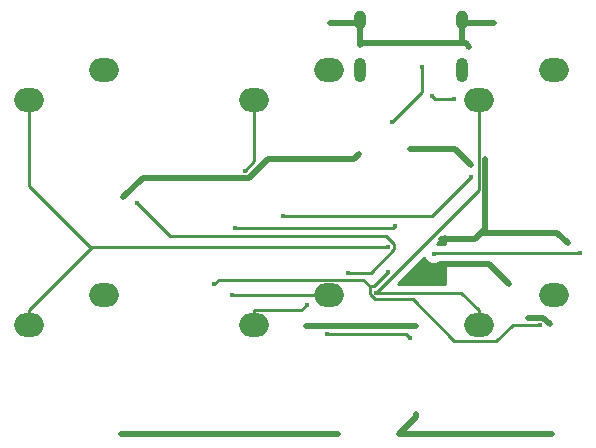
<source format=gbr>
%TF.GenerationSoftware,KiCad,Pcbnew,(5.1.7)-1*%
%TF.CreationDate,2020-10-17T05:15:24-04:00*%
%TF.ProjectId,OreoOrtho,4f72656f-4f72-4746-986f-2e6b69636164,rev?*%
%TF.SameCoordinates,Original*%
%TF.FileFunction,Copper,L1,Top*%
%TF.FilePolarity,Positive*%
%FSLAX46Y46*%
G04 Gerber Fmt 4.6, Leading zero omitted, Abs format (unit mm)*
G04 Created by KiCad (PCBNEW (5.1.7)-1) date 2020-10-17 05:15:24*
%MOMM*%
%LPD*%
G01*
G04 APERTURE LIST*
%TA.AperFunction,ComponentPad*%
%ADD10O,1.000000X2.100000*%
%TD*%
%TA.AperFunction,ComponentPad*%
%ADD11O,1.000000X1.600000*%
%TD*%
%TA.AperFunction,ComponentPad*%
%ADD12O,2.500000X2.000000*%
%TD*%
%TA.AperFunction,ViaPad*%
%ADD13C,0.450000*%
%TD*%
%TA.AperFunction,Conductor*%
%ADD14C,0.500000*%
%TD*%
%TA.AperFunction,Conductor*%
%ADD15C,0.254000*%
%TD*%
%TA.AperFunction,Conductor*%
%ADD16C,0.100000*%
%TD*%
G04 APERTURE END LIST*
D10*
%TO.P,USB1,13*%
%TO.N,GND*%
X138555000Y-52023800D03*
X147195000Y-52023800D03*
D11*
X138555000Y-47843800D03*
X147195000Y-47843800D03*
%TD*%
D12*
%TO.P,SW6,2*%
%TO.N,Net-(D6-Pad2)*%
X154940000Y-71120000D03*
%TO.P,SW6,1*%
%TO.N,Col2*%
X148590000Y-73660000D03*
%TD*%
%TO.P,SW5,2*%
%TO.N,Net-(D5-Pad2)*%
X135890000Y-71120000D03*
%TO.P,SW5,1*%
%TO.N,Col1*%
X129540000Y-73660000D03*
%TD*%
%TO.P,SW4,2*%
%TO.N,Net-(D4-Pad2)*%
X116840000Y-71120000D03*
%TO.P,SW4,1*%
%TO.N,Col0*%
X110490000Y-73660000D03*
%TD*%
%TO.P,SW3,2*%
%TO.N,Net-(D3-Pad2)*%
X154940000Y-52070000D03*
%TO.P,SW3,1*%
%TO.N,Col2*%
X148590000Y-54610000D03*
%TD*%
%TO.P,SW2,2*%
%TO.N,Net-(D2-Pad2)*%
X135890000Y-52070000D03*
%TO.P,SW2,1*%
%TO.N,Col1*%
X129540000Y-54610000D03*
%TD*%
%TO.P,SW1,2*%
%TO.N,Net-(D1-Pad2)*%
X116840000Y-52070000D03*
%TO.P,SW1,1*%
%TO.N,Col0*%
X110490000Y-54610000D03*
%TD*%
D13*
%TO.N,GND*%
X118468100Y-62840000D03*
X138435900Y-59140600D03*
X149097300Y-59550900D03*
X154605500Y-73581800D03*
X152742700Y-73015100D03*
X142713300Y-58750800D03*
X147922600Y-60104600D03*
X138555000Y-49918200D03*
X147778700Y-50075700D03*
X118284200Y-82896700D03*
X136659100Y-82896700D03*
X143276500Y-81155200D03*
X154804200Y-82896700D03*
X141787000Y-82896700D03*
X156151000Y-66734300D03*
X148778700Y-65820300D03*
X151140200Y-70126900D03*
X149893900Y-48081000D03*
X135944500Y-48081000D03*
%TO.N,+5V*%
X143279800Y-73758000D03*
X133907200Y-73758000D03*
%TO.N,Row0*%
X157108100Y-67555400D03*
X144744800Y-67637800D03*
X127896700Y-65422700D03*
X141474100Y-65247300D03*
%TO.N,Net-(D5-Pad2)*%
X127716100Y-71054700D03*
%TO.N,Row1*%
X140886800Y-69186100D03*
X153788000Y-73620400D03*
X126169100Y-70185900D03*
%TO.N,LED*%
X137460900Y-69217400D03*
X119625000Y-63279400D03*
%TO.N,Net-(R1-Pad1)*%
X142748800Y-74772300D03*
X135727100Y-74431500D03*
%TO.N,Col0*%
X140904100Y-67009400D03*
%TO.N,Col1*%
X128760300Y-60562800D03*
X133990800Y-71958400D03*
%TO.N,Col2*%
X139883900Y-70891300D03*
%TO.N,Net-(R4-Pad1)*%
X143787800Y-51834000D03*
X141243500Y-56468400D03*
%TO.N,Net-(R5-Pad2)*%
X144591000Y-54277000D03*
X146467600Y-54541300D03*
%TO.N,Net-(LED2-Pad2)*%
X131991800Y-64367600D03*
X147875000Y-61072900D03*
%TD*%
D14*
%TO.N,GND*%
X145378200Y-66376500D02*
X148222500Y-66376500D01*
X148222500Y-66376500D02*
X148778700Y-65820300D01*
X138435900Y-59140600D02*
X138022500Y-59554000D01*
X138022500Y-59554000D02*
X130742400Y-59554000D01*
X130742400Y-59554000D02*
X129125500Y-61170900D01*
X129125500Y-61170900D02*
X120137200Y-61170900D01*
X120137200Y-61170900D02*
X118468100Y-62840000D01*
X148778700Y-65820300D02*
X149097300Y-65501700D01*
X149097300Y-65501700D02*
X149097300Y-59550900D01*
X156151000Y-66734300D02*
X155237000Y-65820300D01*
X155237000Y-65820300D02*
X148778700Y-65820300D01*
X154605500Y-73581800D02*
X154038800Y-73015100D01*
X154038800Y-73015100D02*
X152742700Y-73015100D01*
X142713300Y-58750800D02*
X146568800Y-58750800D01*
X146568800Y-58750800D02*
X147922600Y-60104600D01*
X147195000Y-49783800D02*
X138689400Y-49783800D01*
X138689400Y-49783800D02*
X138555000Y-49918200D01*
X147778700Y-50075700D02*
X147486800Y-49783800D01*
X147486800Y-49783800D02*
X147195000Y-49783800D01*
X147195000Y-49783800D02*
X147195000Y-47843800D01*
X138555000Y-49918200D02*
X138555000Y-47843800D01*
X136659100Y-82896700D02*
X118284200Y-82896700D01*
X143276500Y-81155200D02*
X143276500Y-81407200D01*
X143276500Y-81407200D02*
X141787000Y-82896700D01*
X141787000Y-82896700D02*
X154804200Y-82896700D01*
X145343300Y-68438300D02*
X149451600Y-68438300D01*
X149451600Y-68438300D02*
X151140200Y-70126900D01*
X147195000Y-47843800D02*
X147432200Y-48081000D01*
X147432200Y-48081000D02*
X149893900Y-48081000D01*
X138555000Y-47843800D02*
X138317800Y-48081000D01*
X138317800Y-48081000D02*
X135944500Y-48081000D01*
%TO.N,+5V*%
X143279800Y-73758000D02*
X133907200Y-73758000D01*
D15*
%TO.N,Row0*%
X127896700Y-65422700D02*
X141298700Y-65422700D01*
X141298700Y-65422700D02*
X141474100Y-65247300D01*
X144744800Y-67637800D02*
X144827200Y-67555400D01*
X144827200Y-67555400D02*
X157108100Y-67555400D01*
%TO.N,Net-(D5-Pad2)*%
X135890000Y-71120000D02*
X134382700Y-71120000D01*
X134382700Y-71120000D02*
X134317400Y-71054700D01*
X134317400Y-71054700D02*
X127716100Y-71054700D01*
%TO.N,Row1*%
X139341400Y-70350100D02*
X138791600Y-69800300D01*
X138791600Y-69800300D02*
X126554700Y-69800300D01*
X126554700Y-69800300D02*
X126169100Y-70185900D01*
X140886800Y-69186100D02*
X139722800Y-70350100D01*
X139722800Y-70350100D02*
X139341400Y-70350100D01*
X153788000Y-73620400D02*
X151439600Y-73620400D01*
X151439600Y-73620400D02*
X150067400Y-74992600D01*
X150067400Y-74992600D02*
X146504600Y-74992600D01*
X146504600Y-74992600D02*
X142971300Y-71459300D01*
X142971300Y-71459300D02*
X139762400Y-71459300D01*
X139762400Y-71459300D02*
X139341400Y-71038300D01*
X139341400Y-71038300D02*
X139341400Y-70350100D01*
%TO.N,LED*%
X119625000Y-63279400D02*
X122468700Y-66123100D01*
X122468700Y-66123100D02*
X140749900Y-66123100D01*
X140749900Y-66123100D02*
X141401400Y-66774600D01*
X141401400Y-66774600D02*
X141401400Y-67233600D01*
X141401400Y-67233600D02*
X139417600Y-69217400D01*
X139417600Y-69217400D02*
X137460900Y-69217400D01*
%TO.N,Net-(R1-Pad1)*%
X142748800Y-74772300D02*
X142408000Y-74431500D01*
X142408000Y-74431500D02*
X135727100Y-74431500D01*
%TO.N,Col0*%
X115757600Y-67135100D02*
X115883300Y-67009400D01*
X115883300Y-67009400D02*
X140904100Y-67009400D01*
X110490000Y-72402700D02*
X115757600Y-67135100D01*
X115757600Y-67135100D02*
X110490000Y-61867500D01*
X110490000Y-61867500D02*
X110490000Y-54610000D01*
X110490000Y-73660000D02*
X110490000Y-72402700D01*
%TO.N,Col1*%
X129540000Y-54610000D02*
X129540000Y-59783100D01*
X129540000Y-59783100D02*
X128760300Y-60562800D01*
X129540000Y-72402700D02*
X133546500Y-72402700D01*
X133546500Y-72402700D02*
X133990800Y-71958400D01*
X129540000Y-73660000D02*
X129540000Y-72402700D01*
%TO.N,Col2*%
X139883900Y-70891300D02*
X148590000Y-62185200D01*
X148590000Y-62185200D02*
X148590000Y-54610000D01*
X148590000Y-73660000D02*
X148590000Y-72402700D01*
X139883900Y-70891300D02*
X147078600Y-70891300D01*
X147078600Y-70891300D02*
X148590000Y-72402700D01*
%TO.N,Net-(R4-Pad1)*%
X141243500Y-56468400D02*
X143787800Y-53924100D01*
X143787800Y-53924100D02*
X143787800Y-51834000D01*
%TO.N,Net-(R5-Pad2)*%
X146467600Y-54541300D02*
X144855300Y-54541300D01*
X144855300Y-54541300D02*
X144591000Y-54277000D01*
%TO.N,Net-(LED2-Pad2)*%
X147875000Y-61072900D02*
X144580300Y-64367600D01*
X144580300Y-64367600D02*
X131991800Y-64367600D01*
%TD*%
%TO.N,GND*%
X143982678Y-68045163D02*
X144076795Y-68186018D01*
X144196582Y-68305805D01*
X144337437Y-68399922D01*
X144493947Y-68464751D01*
X144660097Y-68497800D01*
X144829503Y-68497800D01*
X144995653Y-68464751D01*
X145152163Y-68399922D01*
X145275665Y-68317400D01*
X145724440Y-68317400D01*
X145724440Y-70129300D01*
X141723530Y-70129300D01*
X143931418Y-67921412D01*
X143982678Y-68045163D01*
%TA.AperFunction,Conductor*%
D16*
G36*
X143982678Y-68045163D02*
G01*
X144076795Y-68186018D01*
X144196582Y-68305805D01*
X144337437Y-68399922D01*
X144493947Y-68464751D01*
X144660097Y-68497800D01*
X144829503Y-68497800D01*
X144995653Y-68464751D01*
X145152163Y-68399922D01*
X145275665Y-68317400D01*
X145724440Y-68317400D01*
X145724440Y-70129300D01*
X141723530Y-70129300D01*
X143931418Y-67921412D01*
X143982678Y-68045163D01*
G37*
%TD.AperFunction*%
D15*
X145724440Y-66793400D02*
X145059430Y-66793400D01*
X145724440Y-66128390D01*
X145724440Y-66793400D01*
%TA.AperFunction,Conductor*%
D16*
G36*
X145724440Y-66793400D02*
G01*
X145059430Y-66793400D01*
X145724440Y-66128390D01*
X145724440Y-66793400D01*
G37*
%TD.AperFunction*%
%TD*%
M02*

</source>
